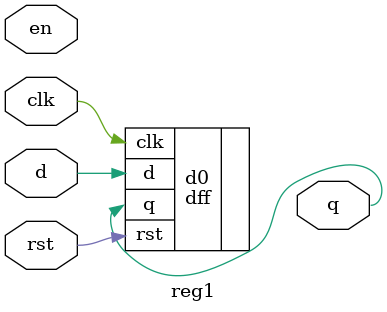
<source format=v>
module reg1(d,q,clk,rst,en);

input d, clk, rst,en;
output q;

wire d_in;

assign d_in = en? d:q;

dff d0 (.q(q),.d(d),.clk(clk),.rst(rst));

endmodule

</source>
